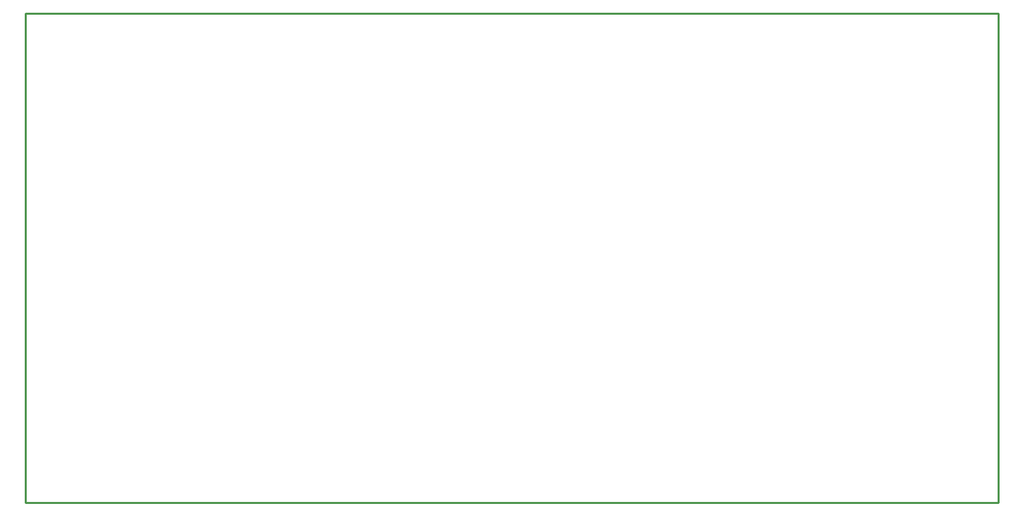
<source format=gbr>
G04 EAGLE Gerber X2 export*
%TF.Part,Single*%
%TF.FileFunction,Profile,NP*%
%TF.FilePolarity,Positive*%
%TF.GenerationSoftware,Autodesk,EAGLE,8.7.0*%
%TF.CreationDate,2018-05-24T18:28:41Z*%
G75*
%MOMM*%
%FSLAX34Y34*%
%LPD*%
%AMOC8*
5,1,8,0,0,1.08239X$1,22.5*%
G01*
%ADD10C,0.254000*%


D10*
X406400Y-12700D02*
X1638100Y-12700D01*
X1638100Y606300D01*
X406400Y606300D01*
X406400Y-12700D01*
M02*

</source>
